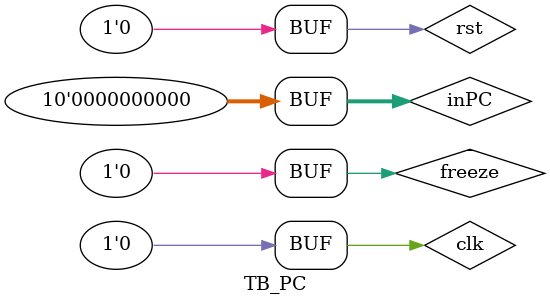
<source format=sv>
`timescale 1ns/1ps
module TB_PC();
reg[9:0] inPC = 1'b0000000000;
reg clk = 0;
reg rst = 0;
reg freeze = 0;
wire[9:0] outPC;
PCRegister pcr(.clk(clk), .rst(rst), .inPC(inPC), .outPC(outPC), .freeze(freeze));
initial repeat(10000) #20 clk = ~clk;
initial repeat(10000) #20 inPC = inPC + 2'b11;
initial begin
	#1000
	rst =1;
	#10
	rst =0;
	#1000
	freeze=1;
	#20
	freeze=0;
end
endmodule
	
	
</source>
